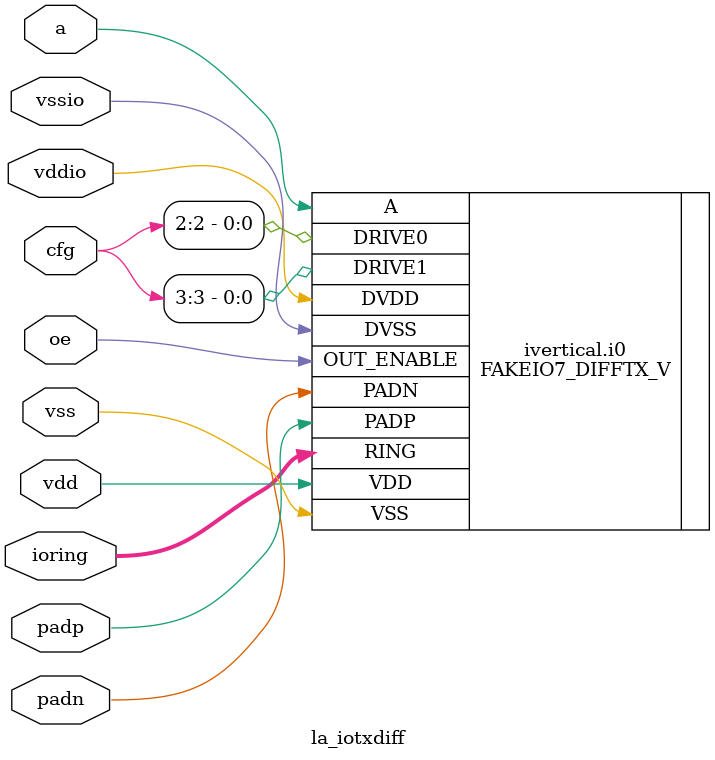
<source format=v>
/*****************************************************************************
 * Function: Digital Differential Transmitter IO Cell
 * Copyright: Lambda Project Authors. All rights Reserved.
 * License:  MIT (see LICENSE file in Lambda repository)
 *
 * Docs:
 *
 * ../README.md
 *
 ****************************************************************************/
(* keep_hierarchy *)
module la_iotxdiff #(
    parameter PROP  = "DEFAULT",  // cell property
    parameter SIDE  = "NO",       // "NO", "SO", "EA", "WE"
    parameter CFGW  = 16,         // width of core config bus
    parameter RINGW = 8           // width of io ring
) (  // io pad signals
    inout             padp,    // differential pad output (positive)
    inout             padn,    // differential pad output (negative)
    inout             vdd,     // core supply
    inout             vss,     // core ground
    inout             vddio,   // io supply
    inout             vssio,   // io ground
    // core facing signals
    input             a,       // input from core
    input             oe,      // output enable, 1 = active
    inout [RINGW-1:0] ioring,  // generic ioring interface
    input [ CFGW-1:0] cfg      // generic config interface
);

  generate
    if (SIDE == "NO" | SIDE == "SO") begin : ivertical
      FAKEIO7_DIFFTX_V i0 (
          .PADP(padp),
          .PADN(padn),
          // core
          .A(a),
          //supplies
          .DVDD(vddio),
          .DVSS(vssio),
          .VDD(vdd),
          .VSS(vss),
          // config
          .OUT_ENABLE(oe),
          .DRIVE0(cfg[2]),
          .DRIVE1(cfg[3]),
          // ring signals
          .RING(ioring)
      );
    end else begin : ihorizontal
      FAKEIO7_DIFFTX_H i0 (
          .PADP(padp),
          .PADN(padn),
          // core
          .A(a),
          //supplies
          .DVDD(vddio),
          .DVSS(vssio),
          .VDD(vdd),
          .VSS(vss),
          // config
          .OUT_ENABLE(oe),
          .DRIVE0(cfg[2]),
          .DRIVE1(cfg[3]),
          // ring signals
          .RING(ioring)
      );
    end
  endgenerate

endmodule

</source>
